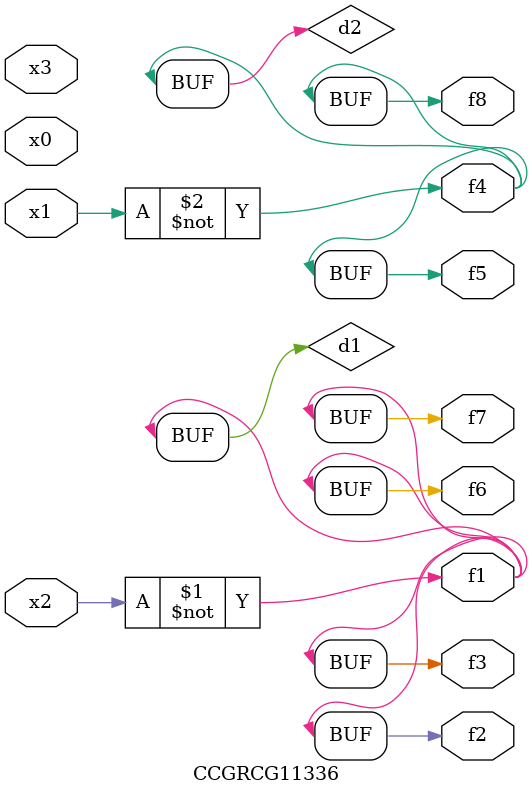
<source format=v>
module CCGRCG11336(
	input x0, x1, x2, x3,
	output f1, f2, f3, f4, f5, f6, f7, f8
);

	wire d1, d2;

	xnor (d1, x2);
	not (d2, x1);
	assign f1 = d1;
	assign f2 = d1;
	assign f3 = d1;
	assign f4 = d2;
	assign f5 = d2;
	assign f6 = d1;
	assign f7 = d1;
	assign f8 = d2;
endmodule

</source>
